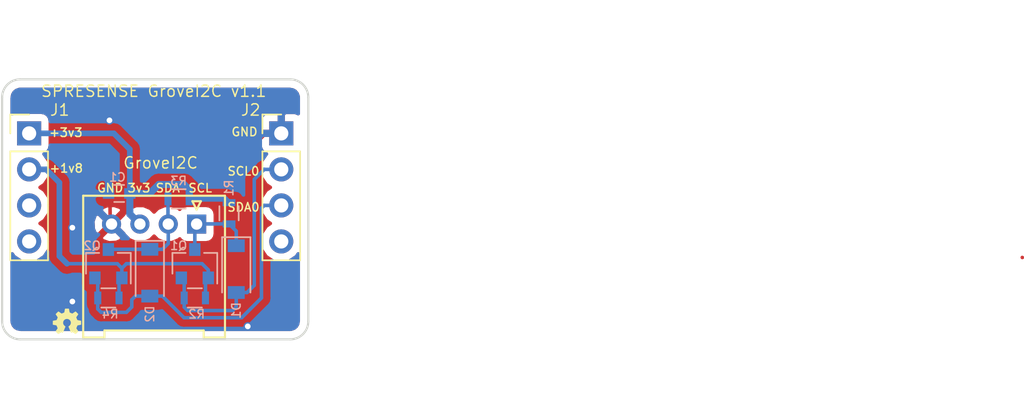
<source format=kicad_pcb>
(kicad_pcb (version 20171130) (host pcbnew "(5.0.1)-3")

  (general
    (thickness 1.6)
    (drawings 21)
    (tracks 84)
    (zones 0)
    (modules 13)
    (nets 8)
  )

  (page A4)
  (title_block
    (title "SPRESENSE ESP8266")
    (date 2018-12-23)
    (rev v1.1)
  )

  (layers
    (0 F.Cu signal)
    (31 B.Cu signal)
    (32 B.Adhes user)
    (33 F.Adhes user)
    (34 B.Paste user)
    (35 F.Paste user)
    (36 B.SilkS user)
    (37 F.SilkS user)
    (38 B.Mask user)
    (39 F.Mask user)
    (40 Dwgs.User user)
    (41 Cmts.User user)
    (42 Eco1.User user)
    (43 Eco2.User user)
    (44 Edge.Cuts user)
    (45 Margin user)
    (46 B.CrtYd user)
    (47 F.CrtYd user)
    (48 B.Fab user hide)
    (49 F.Fab user hide)
  )

  (setup
    (last_trace_width 0.25)
    (user_trace_width 0.4)
    (user_trace_width 0.5)
    (user_trace_width 0.7)
    (user_trace_width 1)
    (trace_clearance 0.2)
    (zone_clearance 0.508)
    (zone_45_only yes)
    (trace_min 0.2)
    (segment_width 0.2)
    (edge_width 0.15)
    (via_size 0.6)
    (via_drill 0.4)
    (via_min_size 0.4)
    (via_min_drill 0.3)
    (uvia_size 0.3)
    (uvia_drill 0.1)
    (uvias_allowed no)
    (uvia_min_size 0.2)
    (uvia_min_drill 0.1)
    (pcb_text_width 0.3)
    (pcb_text_size 1.5 1.5)
    (mod_edge_width 0.15)
    (mod_text_size 1 1)
    (mod_text_width 0.15)
    (pad_size 1.524 1.524)
    (pad_drill 0.762)
    (pad_to_mask_clearance 0.2)
    (solder_mask_min_width 0.25)
    (aux_axis_origin 122.936 119.38)
    (grid_origin 122.936 119.38)
    (visible_elements 7FFFFFFF)
    (pcbplotparams
      (layerselection 0x010f0_ffffffff)
      (usegerberextensions true)
      (usegerberattributes false)
      (usegerberadvancedattributes false)
      (creategerberjobfile false)
      (excludeedgelayer true)
      (linewidth 0.100000)
      (plotframeref false)
      (viasonmask false)
      (mode 1)
      (useauxorigin false)
      (hpglpennumber 1)
      (hpglpenspeed 20)
      (hpglpendiameter 15.000000)
      (psnegative false)
      (psa4output false)
      (plotreference true)
      (plotvalue true)
      (plotinvisibletext false)
      (padsonsilk false)
      (subtractmaskfromsilk true)
      (outputformat 1)
      (mirror false)
      (drillshape 0)
      (scaleselection 1)
      (outputdirectory "../../../../Desktop/SPRESENSE/SPRESENSE_GROVE/I2C/SPRESENSE_GROVE_I2C_v02/gerber/"))
  )

  (net 0 "")
  (net 1 +3V3)
  (net 2 GND)
  (net 3 +1V8)
  (net 4 SCL)
  (net 5 I2C0_SCL)
  (net 6 SDA)
  (net 7 I2C0_SDA)

  (net_class Default "これは標準のネット クラスです。"
    (clearance 0.2)
    (trace_width 0.25)
    (via_dia 0.6)
    (via_drill 0.4)
    (uvia_dia 0.3)
    (uvia_drill 0.1)
    (add_net +1V8)
    (add_net +3V3)
    (add_net GND)
    (add_net I2C0_SCL)
    (add_net I2C0_SDA)
    (add_net SCL)
    (add_net SDA)
  )

  (module Pin_Headers:Pin_Header_Straight_1x04_Pitch2.54mm (layer F.Cu) (tedit 5BBCD575) (tstamp 5BBD64F2)
    (at 142.621 104.855)
    (descr "Through hole straight pin header, 1x04, 2.54mm pitch, single row")
    (tags "Through hole pin header THT 1x04 2.54mm single row")
    (path /5BBCBE48)
    (fp_text reference J2 (at -2.159 -1.651) (layer F.SilkS)
      (effects (font (size 0.8 0.8) (thickness 0.1)))
    )
    (fp_text value JP1 (at 0 9.95) (layer F.Fab)
      (effects (font (size 1 1) (thickness 0.15)))
    )
    (fp_line (start -0.635 -1.27) (end 1.27 -1.27) (layer F.Fab) (width 0.1))
    (fp_line (start 1.27 -1.27) (end 1.27 8.89) (layer F.Fab) (width 0.1))
    (fp_line (start 1.27 8.89) (end -1.27 8.89) (layer F.Fab) (width 0.1))
    (fp_line (start -1.27 8.89) (end -1.27 -0.635) (layer F.Fab) (width 0.1))
    (fp_line (start -1.27 -0.635) (end -0.635 -1.27) (layer F.Fab) (width 0.1))
    (fp_line (start -1.33 8.95) (end 1.33 8.95) (layer F.SilkS) (width 0.12))
    (fp_line (start -1.33 1.27) (end -1.33 8.95) (layer F.SilkS) (width 0.12))
    (fp_line (start 1.33 1.27) (end 1.33 8.95) (layer F.SilkS) (width 0.12))
    (fp_line (start -1.33 1.27) (end 1.33 1.27) (layer F.SilkS) (width 0.12))
    (fp_line (start -1.33 0) (end -1.33 -1.33) (layer F.SilkS) (width 0.12))
    (fp_line (start -1.33 -1.33) (end 0 -1.33) (layer F.SilkS) (width 0.12))
    (fp_line (start -1.8 -1.8) (end -1.8 9.4) (layer F.CrtYd) (width 0.05))
    (fp_line (start -1.8 9.4) (end 1.8 9.4) (layer F.CrtYd) (width 0.05))
    (fp_line (start 1.8 9.4) (end 1.8 -1.8) (layer F.CrtYd) (width 0.05))
    (fp_line (start 1.8 -1.8) (end -1.8 -1.8) (layer F.CrtYd) (width 0.05))
    (fp_text user %R (at 0 3.81 90) (layer F.Fab)
      (effects (font (size 1 1) (thickness 0.15)))
    )
    (pad 1 thru_hole rect (at 0 0) (size 1.7 1.7) (drill 1) (layers *.Cu *.Mask)
      (net 2 GND))
    (pad 2 thru_hole oval (at 0 2.54) (size 1.7 1.7) (drill 1) (layers *.Cu *.Mask)
      (net 5 I2C0_SCL))
    (pad 3 thru_hole oval (at 0 5.08) (size 1.7 1.7) (drill 1) (layers *.Cu *.Mask)
      (net 7 I2C0_SDA))
    (pad 4 thru_hole oval (at 0 7.62) (size 1.7 1.7) (drill 1) (layers *.Cu *.Mask))
    (model ${KISYS3DMOD}/Pin_Headers.3dshapes/Pin_Header_Straight_1x04_Pitch2.54mm.wrl
      (at (xyz 0 0 0))
      (scale (xyz 1 1 1))
      (rotate (xyz 0 0 0))
    )
  )

  (module TO_SOT_Packages_SMD:SOT-23 (layer B.Cu) (tedit 5BBCD619) (tstamp 5B215D5C)
    (at 136.525 114.046 90)
    (descr "SOT-23, Standard")
    (tags SOT-23)
    (path /5B52244F)
    (attr smd)
    (fp_text reference Q1 (at 1.27 -1.143 180) (layer B.SilkS)
      (effects (font (size 0.6 0.6) (thickness 0.1)) (justify mirror))
    )
    (fp_text value BSS138 (at 0 -2.5 90) (layer B.Fab)
      (effects (font (size 1 1) (thickness 0.15)) (justify mirror))
    )
    (fp_text user %R (at 0 0) (layer B.Fab)
      (effects (font (size 0.5 0.5) (thickness 0.075)) (justify mirror))
    )
    (fp_line (start -0.7 0.95) (end -0.7 -1.5) (layer B.Fab) (width 0.1))
    (fp_line (start -0.15 1.52) (end 0.7 1.52) (layer B.Fab) (width 0.1))
    (fp_line (start -0.7 0.95) (end -0.15 1.52) (layer B.Fab) (width 0.1))
    (fp_line (start 0.7 1.52) (end 0.7 -1.52) (layer B.Fab) (width 0.1))
    (fp_line (start -0.7 -1.52) (end 0.7 -1.52) (layer B.Fab) (width 0.1))
    (fp_line (start 0.76 -1.58) (end 0.76 -0.65) (layer B.SilkS) (width 0.12))
    (fp_line (start 0.76 1.58) (end 0.76 0.65) (layer B.SilkS) (width 0.12))
    (fp_line (start -1.7 1.75) (end 1.7 1.75) (layer B.CrtYd) (width 0.05))
    (fp_line (start 1.7 1.75) (end 1.7 -1.75) (layer B.CrtYd) (width 0.05))
    (fp_line (start 1.7 -1.75) (end -1.7 -1.75) (layer B.CrtYd) (width 0.05))
    (fp_line (start -1.7 -1.75) (end -1.7 1.75) (layer B.CrtYd) (width 0.05))
    (fp_line (start 0.76 1.58) (end -1.4 1.58) (layer B.SilkS) (width 0.12))
    (fp_line (start 0.76 -1.58) (end -0.7 -1.58) (layer B.SilkS) (width 0.12))
    (pad 1 smd rect (at -1 0.95 90) (size 0.9 0.8) (layers B.Cu B.Paste B.Mask)
      (net 3 +1V8))
    (pad 2 smd rect (at -1 -0.95 90) (size 0.9 0.8) (layers B.Cu B.Paste B.Mask)
      (net 5 I2C0_SCL))
    (pad 3 smd rect (at 1 0 90) (size 0.9 0.8) (layers B.Cu B.Paste B.Mask)
      (net 4 SCL))
    (model ${KISYS3DMOD}/TO_SOT_Packages_SMD.3dshapes/SOT-23.wrl
      (at (xyz 0 0 0))
      (scale (xyz 1 1 1))
      (rotate (xyz 0 0 0))
    )
  )

  (module TO_SOT_Packages_SMD:SOT-23 (layer B.Cu) (tedit 5BBCD5E3) (tstamp 5B215D63)
    (at 130.429 114.046 90)
    (descr "SOT-23, Standard")
    (tags SOT-23)
    (path /5BBCD383)
    (attr smd)
    (fp_text reference Q2 (at 1.27 -1.143 180) (layer B.SilkS)
      (effects (font (size 0.6 0.6) (thickness 0.1)) (justify mirror))
    )
    (fp_text value BSS138 (at 0 -2.5 90) (layer B.Fab)
      (effects (font (size 1 1) (thickness 0.15)) (justify mirror))
    )
    (fp_text user %R (at 0 0) (layer B.Fab)
      (effects (font (size 0.5 0.5) (thickness 0.075)) (justify mirror))
    )
    (fp_line (start -0.7 0.95) (end -0.7 -1.5) (layer B.Fab) (width 0.1))
    (fp_line (start -0.15 1.52) (end 0.7 1.52) (layer B.Fab) (width 0.1))
    (fp_line (start -0.7 0.95) (end -0.15 1.52) (layer B.Fab) (width 0.1))
    (fp_line (start 0.7 1.52) (end 0.7 -1.52) (layer B.Fab) (width 0.1))
    (fp_line (start -0.7 -1.52) (end 0.7 -1.52) (layer B.Fab) (width 0.1))
    (fp_line (start 0.76 -1.58) (end 0.76 -0.65) (layer B.SilkS) (width 0.12))
    (fp_line (start 0.76 1.58) (end 0.76 0.65) (layer B.SilkS) (width 0.12))
    (fp_line (start -1.7 1.75) (end 1.7 1.75) (layer B.CrtYd) (width 0.05))
    (fp_line (start 1.7 1.75) (end 1.7 -1.75) (layer B.CrtYd) (width 0.05))
    (fp_line (start 1.7 -1.75) (end -1.7 -1.75) (layer B.CrtYd) (width 0.05))
    (fp_line (start -1.7 -1.75) (end -1.7 1.75) (layer B.CrtYd) (width 0.05))
    (fp_line (start 0.76 1.58) (end -1.4 1.58) (layer B.SilkS) (width 0.12))
    (fp_line (start 0.76 -1.58) (end -0.7 -1.58) (layer B.SilkS) (width 0.12))
    (pad 1 smd rect (at -1 0.95 90) (size 0.9 0.8) (layers B.Cu B.Paste B.Mask)
      (net 3 +1V8))
    (pad 2 smd rect (at -1 -0.95 90) (size 0.9 0.8) (layers B.Cu B.Paste B.Mask)
      (net 7 I2C0_SDA))
    (pad 3 smd rect (at 1 0 90) (size 0.9 0.8) (layers B.Cu B.Paste B.Mask)
      (net 6 SDA))
    (model ${KISYS3DMOD}/TO_SOT_Packages_SMD.3dshapes/SOT-23.wrl
      (at (xyz 0 0 0))
      (scale (xyz 1 1 1))
      (rotate (xyz 0 0 0))
    )
  )

  (module Resistors_SMD:R_0603 (layer B.Cu) (tedit 5BBCD610) (tstamp 5B215D77)
    (at 138.938 110.49 90)
    (descr "Resistor SMD 0603, reflow soldering, Vishay (see dcrcw.pdf)")
    (tags "resistor 0603")
    (path /5B224813)
    (attr smd)
    (fp_text reference R1 (at 1.778 0 90) (layer B.SilkS)
      (effects (font (size 0.6 0.6) (thickness 0.1)) (justify mirror))
    )
    (fp_text value 10k (at 0 -1.5 90) (layer B.Fab)
      (effects (font (size 1 1) (thickness 0.15)) (justify mirror))
    )
    (fp_text user %R (at 0 0 90) (layer B.Fab)
      (effects (font (size 0.4 0.4) (thickness 0.075)) (justify mirror))
    )
    (fp_line (start -0.8 -0.4) (end -0.8 0.4) (layer B.Fab) (width 0.1))
    (fp_line (start 0.8 -0.4) (end -0.8 -0.4) (layer B.Fab) (width 0.1))
    (fp_line (start 0.8 0.4) (end 0.8 -0.4) (layer B.Fab) (width 0.1))
    (fp_line (start -0.8 0.4) (end 0.8 0.4) (layer B.Fab) (width 0.1))
    (fp_line (start 0.5 -0.68) (end -0.5 -0.68) (layer B.SilkS) (width 0.12))
    (fp_line (start -0.5 0.68) (end 0.5 0.68) (layer B.SilkS) (width 0.12))
    (fp_line (start -1.25 0.7) (end 1.25 0.7) (layer B.CrtYd) (width 0.05))
    (fp_line (start -1.25 0.7) (end -1.25 -0.7) (layer B.CrtYd) (width 0.05))
    (fp_line (start 1.25 -0.7) (end 1.25 0.7) (layer B.CrtYd) (width 0.05))
    (fp_line (start 1.25 -0.7) (end -1.25 -0.7) (layer B.CrtYd) (width 0.05))
    (pad 1 smd rect (at -0.75 0 90) (size 0.5 0.9) (layers B.Cu B.Paste B.Mask)
      (net 4 SCL))
    (pad 2 smd rect (at 0.75 0 90) (size 0.5 0.9) (layers B.Cu B.Paste B.Mask)
      (net 1 +3V3))
    (model ${KISYS3DMOD}/Resistors_SMD.3dshapes/R_0603.wrl
      (at (xyz 0 0 0))
      (scale (xyz 1 1 1))
      (rotate (xyz 0 0 0))
    )
  )

  (module Resistors_SMD:R_0603 (layer B.Cu) (tedit 5BBCD622) (tstamp 5B215D7D)
    (at 136.525 116.459)
    (descr "Resistor SMD 0603, reflow soldering, Vishay (see dcrcw.pdf)")
    (tags "resistor 0603")
    (path /5B225239)
    (attr smd)
    (fp_text reference R2 (at 0.127 1.143) (layer B.SilkS)
      (effects (font (size 0.6 0.6) (thickness 0.1)) (justify mirror))
    )
    (fp_text value 10k (at 0 -1.5) (layer B.Fab)
      (effects (font (size 1 1) (thickness 0.15)) (justify mirror))
    )
    (fp_text user %R (at 0 0) (layer B.Fab)
      (effects (font (size 0.4 0.4) (thickness 0.075)) (justify mirror))
    )
    (fp_line (start -0.8 -0.4) (end -0.8 0.4) (layer B.Fab) (width 0.1))
    (fp_line (start 0.8 -0.4) (end -0.8 -0.4) (layer B.Fab) (width 0.1))
    (fp_line (start 0.8 0.4) (end 0.8 -0.4) (layer B.Fab) (width 0.1))
    (fp_line (start -0.8 0.4) (end 0.8 0.4) (layer B.Fab) (width 0.1))
    (fp_line (start 0.5 -0.68) (end -0.5 -0.68) (layer B.SilkS) (width 0.12))
    (fp_line (start -0.5 0.68) (end 0.5 0.68) (layer B.SilkS) (width 0.12))
    (fp_line (start -1.25 0.7) (end 1.25 0.7) (layer B.CrtYd) (width 0.05))
    (fp_line (start -1.25 0.7) (end -1.25 -0.7) (layer B.CrtYd) (width 0.05))
    (fp_line (start 1.25 -0.7) (end 1.25 0.7) (layer B.CrtYd) (width 0.05))
    (fp_line (start 1.25 -0.7) (end -1.25 -0.7) (layer B.CrtYd) (width 0.05))
    (pad 1 smd rect (at -0.75 0) (size 0.5 0.9) (layers B.Cu B.Paste B.Mask)
      (net 5 I2C0_SCL))
    (pad 2 smd rect (at 0.75 0) (size 0.5 0.9) (layers B.Cu B.Paste B.Mask)
      (net 3 +1V8))
    (model ${KISYS3DMOD}/Resistors_SMD.3dshapes/R_0603.wrl
      (at (xyz 0 0 0))
      (scale (xyz 1 1 1))
      (rotate (xyz 0 0 0))
    )
  )

  (module Resistors_SMD:R_0603 (layer B.Cu) (tedit 5BBCD60A) (tstamp 5B215D83)
    (at 135.382 109.474)
    (descr "Resistor SMD 0603, reflow soldering, Vishay (see dcrcw.pdf)")
    (tags "resistor 0603")
    (path /5BBCD377)
    (attr smd)
    (fp_text reference R3 (at 0 -1.27) (layer B.SilkS)
      (effects (font (size 0.6 0.6) (thickness 0.1)) (justify mirror))
    )
    (fp_text value 10k (at 0 -1.5) (layer B.Fab)
      (effects (font (size 1 1) (thickness 0.15)) (justify mirror))
    )
    (fp_text user %R (at 0 0) (layer B.Fab)
      (effects (font (size 0.4 0.4) (thickness 0.075)) (justify mirror))
    )
    (fp_line (start -0.8 -0.4) (end -0.8 0.4) (layer B.Fab) (width 0.1))
    (fp_line (start 0.8 -0.4) (end -0.8 -0.4) (layer B.Fab) (width 0.1))
    (fp_line (start 0.8 0.4) (end 0.8 -0.4) (layer B.Fab) (width 0.1))
    (fp_line (start -0.8 0.4) (end 0.8 0.4) (layer B.Fab) (width 0.1))
    (fp_line (start 0.5 -0.68) (end -0.5 -0.68) (layer B.SilkS) (width 0.12))
    (fp_line (start -0.5 0.68) (end 0.5 0.68) (layer B.SilkS) (width 0.12))
    (fp_line (start -1.25 0.7) (end 1.25 0.7) (layer B.CrtYd) (width 0.05))
    (fp_line (start -1.25 0.7) (end -1.25 -0.7) (layer B.CrtYd) (width 0.05))
    (fp_line (start 1.25 -0.7) (end 1.25 0.7) (layer B.CrtYd) (width 0.05))
    (fp_line (start 1.25 -0.7) (end -1.25 -0.7) (layer B.CrtYd) (width 0.05))
    (pad 1 smd rect (at -0.75 0) (size 0.5 0.9) (layers B.Cu B.Paste B.Mask)
      (net 6 SDA))
    (pad 2 smd rect (at 0.75 0) (size 0.5 0.9) (layers B.Cu B.Paste B.Mask)
      (net 1 +3V3))
    (model ${KISYS3DMOD}/Resistors_SMD.3dshapes/R_0603.wrl
      (at (xyz 0 0 0))
      (scale (xyz 1 1 1))
      (rotate (xyz 0 0 0))
    )
  )

  (module Resistors_SMD:R_0603 (layer B.Cu) (tedit 5BBCD5DC) (tstamp 5B215D89)
    (at 130.429 116.459)
    (descr "Resistor SMD 0603, reflow soldering, Vishay (see dcrcw.pdf)")
    (tags "resistor 0603")
    (path /5BBCD37D)
    (attr smd)
    (fp_text reference R4 (at 0.127 1.143) (layer B.SilkS)
      (effects (font (size 0.6 0.6) (thickness 0.1)) (justify mirror))
    )
    (fp_text value 10k (at 0 -1.5) (layer B.Fab)
      (effects (font (size 1 1) (thickness 0.15)) (justify mirror))
    )
    (fp_text user %R (at 0 0) (layer B.Fab)
      (effects (font (size 0.4 0.4) (thickness 0.075)) (justify mirror))
    )
    (fp_line (start -0.8 -0.4) (end -0.8 0.4) (layer B.Fab) (width 0.1))
    (fp_line (start 0.8 -0.4) (end -0.8 -0.4) (layer B.Fab) (width 0.1))
    (fp_line (start 0.8 0.4) (end 0.8 -0.4) (layer B.Fab) (width 0.1))
    (fp_line (start -0.8 0.4) (end 0.8 0.4) (layer B.Fab) (width 0.1))
    (fp_line (start 0.5 -0.68) (end -0.5 -0.68) (layer B.SilkS) (width 0.12))
    (fp_line (start -0.5 0.68) (end 0.5 0.68) (layer B.SilkS) (width 0.12))
    (fp_line (start -1.25 0.7) (end 1.25 0.7) (layer B.CrtYd) (width 0.05))
    (fp_line (start -1.25 0.7) (end -1.25 -0.7) (layer B.CrtYd) (width 0.05))
    (fp_line (start 1.25 -0.7) (end 1.25 0.7) (layer B.CrtYd) (width 0.05))
    (fp_line (start 1.25 -0.7) (end -1.25 -0.7) (layer B.CrtYd) (width 0.05))
    (pad 1 smd rect (at -0.75 0) (size 0.5 0.9) (layers B.Cu B.Paste B.Mask)
      (net 7 I2C0_SDA))
    (pad 2 smd rect (at 0.75 0) (size 0.5 0.9) (layers B.Cu B.Paste B.Mask)
      (net 3 +1V8))
    (model ${KISYS3DMOD}/Resistors_SMD.3dshapes/R_0603.wrl
      (at (xyz 0 0 0))
      (scale (xyz 1 1 1))
      (rotate (xyz 0 0 0))
    )
  )

  (module Capacitors_SMD:C_0603 (layer B.Cu) (tedit 5BBCD605) (tstamp 5B215F8E)
    (at 131.191 109.093 180)
    (descr "Capacitor SMD 0603, reflow soldering, AVX (see smccp.pdf)")
    (tags "capacitor 0603")
    (path /5BBCD74E)
    (attr smd)
    (fp_text reference C1 (at 0.127 1.143 180) (layer B.SilkS)
      (effects (font (size 0.6 0.6) (thickness 0.1)) (justify mirror))
    )
    (fp_text value 10uF (at 0 -1.5 180) (layer B.Fab)
      (effects (font (size 1 1) (thickness 0.15)) (justify mirror))
    )
    (fp_line (start 1.4 -0.65) (end -1.4 -0.65) (layer B.CrtYd) (width 0.05))
    (fp_line (start 1.4 -0.65) (end 1.4 0.65) (layer B.CrtYd) (width 0.05))
    (fp_line (start -1.4 0.65) (end -1.4 -0.65) (layer B.CrtYd) (width 0.05))
    (fp_line (start -1.4 0.65) (end 1.4 0.65) (layer B.CrtYd) (width 0.05))
    (fp_line (start 0.35 -0.6) (end -0.35 -0.6) (layer B.SilkS) (width 0.12))
    (fp_line (start -0.35 0.6) (end 0.35 0.6) (layer B.SilkS) (width 0.12))
    (fp_line (start -0.8 0.4) (end 0.8 0.4) (layer B.Fab) (width 0.1))
    (fp_line (start 0.8 0.4) (end 0.8 -0.4) (layer B.Fab) (width 0.1))
    (fp_line (start 0.8 -0.4) (end -0.8 -0.4) (layer B.Fab) (width 0.1))
    (fp_line (start -0.8 -0.4) (end -0.8 0.4) (layer B.Fab) (width 0.1))
    (fp_text user %R (at 0 0 180) (layer B.Fab)
      (effects (font (size 0.3 0.3) (thickness 0.075)) (justify mirror))
    )
    (pad 2 smd rect (at 0.75 0 180) (size 0.8 0.75) (layers B.Cu B.Paste B.Mask)
      (net 2 GND))
    (pad 1 smd rect (at -0.75 0 180) (size 0.8 0.75) (layers B.Cu B.Paste B.Mask)
      (net 1 +3V3))
    (model Capacitors_SMD.3dshapes/C_0603.wrl
      (at (xyz 0 0 0))
      (scale (xyz 1 1 1))
      (rotate (xyz 0 0 0))
    )
  )

  (module Diodes_SMD:D_SOD-123 (layer B.Cu) (tedit 5BBCD639) (tstamp 5BAC10EB)
    (at 139.446 114.427 270)
    (descr SOD-123)
    (tags SOD-123)
    (path /5BA9122A)
    (attr smd)
    (fp_text reference D1 (at 2.921 0 270) (layer B.SilkS)
      (effects (font (size 0.6 0.6) (thickness 0.1)) (justify mirror))
    )
    (fp_text value SD103AW (at 0 -2.1 270) (layer B.Fab)
      (effects (font (size 1 1) (thickness 0.15)) (justify mirror))
    )
    (fp_text user %R (at 0 2 270) (layer B.Fab)
      (effects (font (size 1 1) (thickness 0.15)) (justify mirror))
    )
    (fp_line (start -2.25 1) (end -2.25 -1) (layer B.SilkS) (width 0.12))
    (fp_line (start 0.25 0) (end 0.75 0) (layer B.Fab) (width 0.1))
    (fp_line (start 0.25 -0.4) (end -0.35 0) (layer B.Fab) (width 0.1))
    (fp_line (start 0.25 0.4) (end 0.25 -0.4) (layer B.Fab) (width 0.1))
    (fp_line (start -0.35 0) (end 0.25 0.4) (layer B.Fab) (width 0.1))
    (fp_line (start -0.35 0) (end -0.35 -0.55) (layer B.Fab) (width 0.1))
    (fp_line (start -0.35 0) (end -0.35 0.55) (layer B.Fab) (width 0.1))
    (fp_line (start -0.75 0) (end -0.35 0) (layer B.Fab) (width 0.1))
    (fp_line (start -1.4 -0.9) (end -1.4 0.9) (layer B.Fab) (width 0.1))
    (fp_line (start 1.4 -0.9) (end -1.4 -0.9) (layer B.Fab) (width 0.1))
    (fp_line (start 1.4 0.9) (end 1.4 -0.9) (layer B.Fab) (width 0.1))
    (fp_line (start -1.4 0.9) (end 1.4 0.9) (layer B.Fab) (width 0.1))
    (fp_line (start -2.35 1.15) (end 2.35 1.15) (layer B.CrtYd) (width 0.05))
    (fp_line (start 2.35 1.15) (end 2.35 -1.15) (layer B.CrtYd) (width 0.05))
    (fp_line (start 2.35 -1.15) (end -2.35 -1.15) (layer B.CrtYd) (width 0.05))
    (fp_line (start -2.35 1.15) (end -2.35 -1.15) (layer B.CrtYd) (width 0.05))
    (fp_line (start -2.25 -1) (end 1.65 -1) (layer B.SilkS) (width 0.12))
    (fp_line (start -2.25 1) (end 1.65 1) (layer B.SilkS) (width 0.12))
    (pad 1 smd rect (at -1.65 0 270) (size 0.9 1.2) (layers B.Cu B.Paste B.Mask)
      (net 4 SCL))
    (pad 2 smd rect (at 1.65 0 270) (size 0.9 1.2) (layers B.Cu B.Paste B.Mask)
      (net 5 I2C0_SCL))
    (model ${KISYS3DMOD}/Diodes_SMD.3dshapes/D_SOD-123.wrl
      (at (xyz 0 0 0))
      (scale (xyz 1 1 1))
      (rotate (xyz 0 0 0))
    )
  )

  (module Diodes_SMD:D_SOD-123 (layer B.Cu) (tedit 5BBCD630) (tstamp 5BBD64AA)
    (at 133.35 114.681 270)
    (descr SOD-123)
    (tags SOD-123)
    (path /5BBCD395)
    (attr smd)
    (fp_text reference D2 (at 2.921 0 270) (layer B.SilkS)
      (effects (font (size 0.6 0.6) (thickness 0.1)) (justify mirror))
    )
    (fp_text value SD103AW (at 0 -2.1 270) (layer B.Fab)
      (effects (font (size 1 1) (thickness 0.15)) (justify mirror))
    )
    (fp_text user %R (at 0 2 270) (layer B.Fab)
      (effects (font (size 1 1) (thickness 0.15)) (justify mirror))
    )
    (fp_line (start -2.25 1) (end -2.25 -1) (layer B.SilkS) (width 0.12))
    (fp_line (start 0.25 0) (end 0.75 0) (layer B.Fab) (width 0.1))
    (fp_line (start 0.25 -0.4) (end -0.35 0) (layer B.Fab) (width 0.1))
    (fp_line (start 0.25 0.4) (end 0.25 -0.4) (layer B.Fab) (width 0.1))
    (fp_line (start -0.35 0) (end 0.25 0.4) (layer B.Fab) (width 0.1))
    (fp_line (start -0.35 0) (end -0.35 -0.55) (layer B.Fab) (width 0.1))
    (fp_line (start -0.35 0) (end -0.35 0.55) (layer B.Fab) (width 0.1))
    (fp_line (start -0.75 0) (end -0.35 0) (layer B.Fab) (width 0.1))
    (fp_line (start -1.4 -0.9) (end -1.4 0.9) (layer B.Fab) (width 0.1))
    (fp_line (start 1.4 -0.9) (end -1.4 -0.9) (layer B.Fab) (width 0.1))
    (fp_line (start 1.4 0.9) (end 1.4 -0.9) (layer B.Fab) (width 0.1))
    (fp_line (start -1.4 0.9) (end 1.4 0.9) (layer B.Fab) (width 0.1))
    (fp_line (start -2.35 1.15) (end 2.35 1.15) (layer B.CrtYd) (width 0.05))
    (fp_line (start 2.35 1.15) (end 2.35 -1.15) (layer B.CrtYd) (width 0.05))
    (fp_line (start 2.35 -1.15) (end -2.35 -1.15) (layer B.CrtYd) (width 0.05))
    (fp_line (start -2.35 1.15) (end -2.35 -1.15) (layer B.CrtYd) (width 0.05))
    (fp_line (start -2.25 -1) (end 1.65 -1) (layer B.SilkS) (width 0.12))
    (fp_line (start -2.25 1) (end 1.65 1) (layer B.SilkS) (width 0.12))
    (pad 1 smd rect (at -1.65 0 270) (size 0.9 1.2) (layers B.Cu B.Paste B.Mask)
      (net 6 SDA))
    (pad 2 smd rect (at 1.65 0 270) (size 0.9 1.2) (layers B.Cu B.Paste B.Mask)
      (net 7 I2C0_SDA))
    (model ${KISYS3DMOD}/Diodes_SMD.3dshapes/D_SOD-123.wrl
      (at (xyz 0 0 0))
      (scale (xyz 1 1 1))
      (rotate (xyz 0 0 0))
    )
  )

  (module Pin_Headers:Pin_Header_Straight_1x04_Pitch2.54mm (layer F.Cu) (tedit 5BBCD56D) (tstamp 5BBD64DB)
    (at 124.841 104.855)
    (descr "Through hole straight pin header, 1x04, 2.54mm pitch, single row")
    (tags "Through hole pin header THT 1x04 2.54mm single row")
    (path /5B21FDB7)
    (fp_text reference J1 (at 2.159 -1.651) (layer F.SilkS)
      (effects (font (size 0.8 0.8) (thickness 0.1)))
    )
    (fp_text value JP1 (at 0 9.95) (layer F.Fab)
      (effects (font (size 1 1) (thickness 0.15)))
    )
    (fp_line (start -0.635 -1.27) (end 1.27 -1.27) (layer F.Fab) (width 0.1))
    (fp_line (start 1.27 -1.27) (end 1.27 8.89) (layer F.Fab) (width 0.1))
    (fp_line (start 1.27 8.89) (end -1.27 8.89) (layer F.Fab) (width 0.1))
    (fp_line (start -1.27 8.89) (end -1.27 -0.635) (layer F.Fab) (width 0.1))
    (fp_line (start -1.27 -0.635) (end -0.635 -1.27) (layer F.Fab) (width 0.1))
    (fp_line (start -1.33 8.95) (end 1.33 8.95) (layer F.SilkS) (width 0.12))
    (fp_line (start -1.33 1.27) (end -1.33 8.95) (layer F.SilkS) (width 0.12))
    (fp_line (start 1.33 1.27) (end 1.33 8.95) (layer F.SilkS) (width 0.12))
    (fp_line (start -1.33 1.27) (end 1.33 1.27) (layer F.SilkS) (width 0.12))
    (fp_line (start -1.33 0) (end -1.33 -1.33) (layer F.SilkS) (width 0.12))
    (fp_line (start -1.33 -1.33) (end 0 -1.33) (layer F.SilkS) (width 0.12))
    (fp_line (start -1.8 -1.8) (end -1.8 9.4) (layer F.CrtYd) (width 0.05))
    (fp_line (start -1.8 9.4) (end 1.8 9.4) (layer F.CrtYd) (width 0.05))
    (fp_line (start 1.8 9.4) (end 1.8 -1.8) (layer F.CrtYd) (width 0.05))
    (fp_line (start 1.8 -1.8) (end -1.8 -1.8) (layer F.CrtYd) (width 0.05))
    (fp_text user %R (at 0 3.81 90) (layer F.Fab)
      (effects (font (size 1 1) (thickness 0.15)))
    )
    (pad 1 thru_hole rect (at 0 0) (size 1.7 1.7) (drill 1) (layers *.Cu *.Mask)
      (net 1 +3V3))
    (pad 2 thru_hole oval (at 0 2.54) (size 1.7 1.7) (drill 1) (layers *.Cu *.Mask)
      (net 3 +1V8))
    (pad 3 thru_hole oval (at 0 5.08) (size 1.7 1.7) (drill 1) (layers *.Cu *.Mask))
    (pad 4 thru_hole oval (at 0 7.62) (size 1.7 1.7) (drill 1) (layers *.Cu *.Mask))
    (model ${KISYS3DMOD}/Pin_Headers.3dshapes/Pin_Header_Straight_1x04_Pitch2.54mm.wrl
      (at (xyz 0 0 0))
      (scale (xyz 1 1 1))
      (rotate (xyz 0 0 0))
    )
  )

  (module footprint:Grove_4x2.00mm_Angle (layer F.Cu) (tedit 5BBCD527) (tstamp 5BBD8FEF)
    (at 136.652 111.252 180)
    (tags "connector grove angle")
    (path /5BBCB9FE)
    (fp_text reference GroveI2C (at 2.54 4.318 180) (layer F.SilkS)
      (effects (font (size 0.8 0.8) (thickness 0.1)))
    )
    (fp_text value Conn_01x04 (at 2.794 4.191 180) (layer F.Fab)
      (effects (font (size 1 1) (thickness 0.15)))
    )
    (fp_line (start -2 -8) (end 8 -8) (layer F.Fab) (width 0.05))
    (fp_line (start 8 -8) (end 8 2) (layer F.Fab) (width 0.05))
    (fp_line (start 8 2) (end -2 2) (layer F.Fab) (width 0.05))
    (fp_line (start -2 2) (end -2 -8) (layer F.Fab) (width 0.05))
    (fp_line (start -2 2) (end 8 2) (layer F.SilkS) (width 0.15))
    (fp_line (start 8 -8) (end 8 2) (layer F.SilkS) (width 0.15))
    (fp_line (start -0.5 -7.5) (end 6.5 -7.5) (layer F.SilkS) (width 0.15))
    (fp_line (start -0.5 -8) (end -0.5 -7.5) (layer F.SilkS) (width 0.15))
    (fp_line (start -2 -8) (end -0.5 -8) (layer F.SilkS) (width 0.15))
    (fp_line (start -2 2) (end -2 -8) (layer F.SilkS) (width 0.15))
    (fp_line (start 6.5 -7.5) (end 6.5 -8) (layer F.SilkS) (width 0.15))
    (fp_line (start 6.5 -8) (end 8 -8) (layer F.SilkS) (width 0.15))
    (fp_line (start -2.032 -8.04) (end 8.001 -8.04) (layer F.Fab) (width 0.05))
    (fp_line (start 0 1.012) (end -0.3 1.612) (layer F.SilkS) (width 0.15))
    (fp_line (start -0.3 1.612) (end 0.3 1.612) (layer F.SilkS) (width 0.15))
    (fp_line (start 0.3 1.612) (end 0 1.012) (layer F.SilkS) (width 0.15))
    (pad 1 thru_hole rect (at 0 0 180) (size 1.35 1.35) (drill 0.8) (layers *.Cu *.Mask)
      (net 4 SCL))
    (pad 2 thru_hole circle (at 2 0 180) (size 1.35 1.35) (drill 0.8) (layers *.Cu *.Mask)
      (net 6 SDA))
    (pad 3 thru_hole circle (at 4 0 180) (size 1.35 1.35) (drill 0.8) (layers *.Cu *.Mask)
      (net 1 +3V3))
    (pad 4 thru_hole circle (at 6 0 180) (size 1.35 1.35) (drill 0.8) (layers *.Cu *.Mask)
      (net 2 GND))
    (model ${KISYS3DMOD}/Connectors_JAE.3dshapes/JAE_LY20-08P-2T_2x04x2.00mm_Straight.wrl
      (at (xyz 0 0 0))
      (scale (xyz 1 1 1))
      (rotate (xyz 0 0 0))
    )
  )

  (module footprint:OSHW-logo_silkscreen-front_2mm (layer F.Cu) (tedit 0) (tstamp 5BBD8FF0)
    (at 127.508 118.11)
    (path /5BBCE32A)
    (fp_text reference LOGO1 (at 0 1.05918) (layer F.SilkS) hide
      (effects (font (size 0.0889 0.0889) (thickness 0.01778)))
    )
    (fp_text value OPEN_HARDWARE_1 (at 0 -1.05918) (layer F.SilkS) hide
      (effects (font (size 0.0889 0.0889) (thickness 0.01778)))
    )
    (fp_poly (pts (xy -0.60452 0.89662) (xy -0.59436 0.89154) (xy -0.5715 0.8763) (xy -0.53848 0.85598)
      (xy -0.49784 0.82804) (xy -0.45974 0.80264) (xy -0.42672 0.77978) (xy -0.40386 0.76454)
      (xy -0.3937 0.75946) (xy -0.38862 0.762) (xy -0.37084 0.77216) (xy -0.3429 0.78486)
      (xy -0.32766 0.79248) (xy -0.30226 0.80518) (xy -0.28956 0.80772) (xy -0.28702 0.80264)
      (xy -0.27686 0.78486) (xy -0.26416 0.75184) (xy -0.24384 0.70866) (xy -0.22352 0.65786)
      (xy -0.20066 0.60198) (xy -0.1778 0.5461) (xy -0.15494 0.49276) (xy -0.13462 0.4445)
      (xy -0.11938 0.4064) (xy -0.10922 0.37846) (xy -0.10414 0.3683) (xy -0.10668 0.36576)
      (xy -0.11938 0.35306) (xy -0.1397 0.33782) (xy -0.18796 0.29718) (xy -0.23368 0.23876)
      (xy -0.26416 0.17272) (xy -0.27178 0.09906) (xy -0.26416 0.03302) (xy -0.23876 -0.03048)
      (xy -0.19304 -0.09144) (xy -0.13716 -0.13462) (xy -0.07112 -0.16256) (xy 0 -0.17018)
      (xy 0.06858 -0.16256) (xy 0.13462 -0.13716) (xy 0.19558 -0.09144) (xy 0.21844 -0.0635)
      (xy 0.254 -0.00254) (xy 0.27432 0.05842) (xy 0.27432 0.07366) (xy 0.27178 0.14478)
      (xy 0.25146 0.21336) (xy 0.2159 0.27178) (xy 0.16256 0.32258) (xy 0.15748 0.32766)
      (xy 0.13208 0.34544) (xy 0.11684 0.3556) (xy 0.10414 0.36576) (xy 0.19304 0.58166)
      (xy 0.20828 0.61722) (xy 0.23368 0.67564) (xy 0.254 0.72644) (xy 0.27178 0.76708)
      (xy 0.28448 0.79248) (xy 0.28956 0.80518) (xy 0.29718 0.80518) (xy 0.31242 0.8001)
      (xy 0.3429 0.78486) (xy 0.36322 0.7747) (xy 0.38608 0.76454) (xy 0.39624 0.75946)
      (xy 0.4064 0.76454) (xy 0.42672 0.77978) (xy 0.45974 0.8001) (xy 0.49784 0.8255)
      (xy 0.5334 0.8509) (xy 0.56896 0.87376) (xy 0.59182 0.889) (xy 0.60452 0.89662)
      (xy 0.60706 0.89662) (xy 0.61722 0.889) (xy 0.63754 0.87376) (xy 0.66548 0.84582)
      (xy 0.70612 0.80518) (xy 0.71374 0.8001) (xy 0.74676 0.76454) (xy 0.7747 0.73406)
      (xy 0.79502 0.71374) (xy 0.8001 0.70612) (xy 0.79502 0.69342) (xy 0.77978 0.66802)
      (xy 0.75692 0.635) (xy 0.72898 0.59436) (xy 0.65786 0.49022) (xy 0.6985 0.3937)
      (xy 0.70866 0.36322) (xy 0.7239 0.32766) (xy 0.7366 0.30226) (xy 0.74168 0.28956)
      (xy 0.75184 0.28702) (xy 0.77978 0.2794) (xy 0.81788 0.27178) (xy 0.8636 0.26416)
      (xy 0.90932 0.254) (xy 0.94742 0.24638) (xy 0.9779 0.2413) (xy 0.9906 0.23876)
      (xy 0.99314 0.23622) (xy 0.99568 0.23114) (xy 0.99822 0.21844) (xy 0.99822 0.19304)
      (xy 0.99822 0.15494) (xy 0.99822 0.09906) (xy 0.99822 0.09398) (xy 0.99822 0.04064)
      (xy 0.99822 0) (xy 0.99568 -0.0254) (xy 0.99314 -0.03556) (xy 0.98044 -0.04064)
      (xy 0.9525 -0.04572) (xy 0.9144 -0.05334) (xy 0.86614 -0.0635) (xy 0.8636 -0.0635)
      (xy 0.81534 -0.07112) (xy 0.77724 -0.08128) (xy 0.7493 -0.08636) (xy 0.7366 -0.09144)
      (xy 0.73406 -0.09398) (xy 0.7239 -0.11176) (xy 0.7112 -0.14224) (xy 0.69596 -0.1778)
      (xy 0.68072 -0.21336) (xy 0.66548 -0.24892) (xy 0.65786 -0.27178) (xy 0.65532 -0.28448)
      (xy 0.66294 -0.29464) (xy 0.67818 -0.32004) (xy 0.70104 -0.35306) (xy 0.72898 -0.3937)
      (xy 0.73152 -0.39878) (xy 0.75946 -0.43688) (xy 0.77978 -0.47244) (xy 0.79502 -0.4953)
      (xy 0.8001 -0.50546) (xy 0.8001 -0.508) (xy 0.79248 -0.51816) (xy 0.77216 -0.54102)
      (xy 0.74168 -0.5715) (xy 0.70612 -0.60706) (xy 0.69596 -0.61722) (xy 0.65786 -0.65532)
      (xy 0.62992 -0.68072) (xy 0.61214 -0.69342) (xy 0.60452 -0.6985) (xy 0.60452 -0.69596)
      (xy 0.59182 -0.69088) (xy 0.56642 -0.6731) (xy 0.5334 -0.65024) (xy 0.49276 -0.6223)
      (xy 0.49022 -0.61976) (xy 0.44958 -0.59436) (xy 0.41656 -0.5715) (xy 0.3937 -0.55626)
      (xy 0.38354 -0.54864) (xy 0.381 -0.54864) (xy 0.36576 -0.55372) (xy 0.33528 -0.56388)
      (xy 0.30226 -0.57658) (xy 0.26416 -0.59182) (xy 0.23114 -0.60706) (xy 0.20574 -0.61722)
      (xy 0.19304 -0.62484) (xy 0.18796 -0.64008) (xy 0.18288 -0.67056) (xy 0.17272 -0.7112)
      (xy 0.1651 -0.75946) (xy 0.16256 -0.76708) (xy 0.15494 -0.81534) (xy 0.14732 -0.85344)
      (xy 0.1397 -0.88138) (xy 0.13716 -0.89408) (xy 0.13208 -0.89408) (xy 0.10668 -0.89662)
      (xy 0.07112 -0.89662) (xy 0.02794 -0.89662) (xy -0.01524 -0.89662) (xy -0.05842 -0.89662)
      (xy -0.09652 -0.89408) (xy -0.12192 -0.89408) (xy -0.13462 -0.89154) (xy -0.13462 -0.889)
      (xy -0.1397 -0.8763) (xy -0.14478 -0.84582) (xy -0.15494 -0.80518) (xy -0.16256 -0.75438)
      (xy -0.1651 -0.74676) (xy -0.17272 -0.6985) (xy -0.18288 -0.6604) (xy -0.18796 -0.63246)
      (xy -0.1905 -0.6223) (xy -0.19558 -0.61976) (xy -0.21336 -0.61214) (xy -0.24638 -0.59944)
      (xy -0.28702 -0.58166) (xy -0.37846 -0.5461) (xy -0.49022 -0.6223) (xy -0.50038 -0.62992)
      (xy -0.54102 -0.65786) (xy -0.57404 -0.67818) (xy -0.5969 -0.69342) (xy -0.60706 -0.6985)
      (xy -0.61722 -0.68834) (xy -0.64008 -0.66802) (xy -0.67056 -0.63754) (xy -0.70612 -0.60452)
      (xy -0.73152 -0.57658) (xy -0.762 -0.5461) (xy -0.78232 -0.52578) (xy -0.79248 -0.51054)
      (xy -0.79756 -0.50292) (xy -0.79502 -0.49784) (xy -0.78994 -0.48514) (xy -0.77216 -0.46228)
      (xy -0.7493 -0.42672) (xy -0.72136 -0.38862) (xy -0.6985 -0.35306) (xy -0.67564 -0.3175)
      (xy -0.6604 -0.28956) (xy -0.65278 -0.27686) (xy -0.65532 -0.27178) (xy -0.66294 -0.24892)
      (xy -0.67564 -0.2159) (xy -0.69342 -0.17526) (xy -0.73152 -0.08636) (xy -0.78994 -0.0762)
      (xy -0.8255 -0.06858) (xy -0.8763 -0.06096) (xy -0.92202 -0.0508) (xy -0.99568 -0.03556)
      (xy -0.99822 0.23114) (xy -0.98806 0.23622) (xy -0.97536 0.2413) (xy -0.94996 0.24638)
      (xy -0.90932 0.254) (xy -0.8636 0.26162) (xy -0.8255 0.26924) (xy -0.78486 0.27686)
      (xy -0.75692 0.28194) (xy -0.74422 0.28448) (xy -0.74168 0.28956) (xy -0.73152 0.30988)
      (xy -0.71628 0.34036) (xy -0.70104 0.37592) (xy -0.6858 0.41402) (xy -0.6731 0.44958)
      (xy -0.66294 0.47498) (xy -0.65786 0.49022) (xy -0.66294 0.50038) (xy -0.67818 0.52324)
      (xy -0.70104 0.55626) (xy -0.72644 0.59436) (xy -0.75438 0.635) (xy -0.77724 0.66802)
      (xy -0.79248 0.69342) (xy -0.8001 0.70358) (xy -0.79502 0.7112) (xy -0.77978 0.72898)
      (xy -0.75184 0.75946) (xy -0.70612 0.80518) (xy -0.6985 0.81026) (xy -0.66548 0.84582)
      (xy -0.635 0.87122) (xy -0.61468 0.89154) (xy -0.60452 0.89662)) (layer F.SilkS) (width 0.00254))
  )

  (dimension 18.33887 (width 0.3) (layer Eco1.User)
    (gr_text "18.339 mm" (at 150.968149 110.188181 -89.84128634) (layer Eco1.User)
      (effects (font (size 1.5 1.5) (thickness 0.3)))
    )
    (feature1 (pts (xy 142.8496 101.0412) (xy 149.429175 101.022974)))
    (feature2 (pts (xy 142.9004 119.38) (xy 149.479975 119.361774)))
    (crossbar (pts (xy 148.893557 119.363398) (xy 148.842757 101.024598)))
    (arrow1a (pts (xy 148.842757 101.024598) (xy 149.432296 102.149473)))
    (arrow1b (pts (xy 148.842757 101.024598) (xy 148.259459 102.152722)))
    (arrow2a (pts (xy 148.893557 119.363398) (xy 149.476855 118.235274)))
    (arrow2b (pts (xy 148.893557 119.363398) (xy 148.304018 118.238523)))
  )
  (dimension 21.5392 (width 0.3) (layer Eco1.User)
    (gr_text "21.539 mm" (at 133.7056 96.5536) (layer Eco1.User)
      (effects (font (size 1.5 1.5) (thickness 0.3)))
    )
    (feature1 (pts (xy 144.4752 102.489) (xy 144.4752 98.067179)))
    (feature2 (pts (xy 122.936 102.489) (xy 122.936 98.067179)))
    (crossbar (pts (xy 122.936 98.6536) (xy 144.4752 98.6536)))
    (arrow1a (pts (xy 144.4752 98.6536) (xy 143.348696 99.240021)))
    (arrow1b (pts (xy 144.4752 98.6536) (xy 143.348696 98.067179)))
    (arrow2a (pts (xy 122.936 98.6536) (xy 124.062504 99.240021)))
    (arrow2b (pts (xy 122.936 98.6536) (xy 124.062504 98.067179)))
  )
  (gr_text GND (at 130.556 108.712) (layer F.SilkS)
    (effects (font (size 0.6 0.6) (thickness 0.1)))
  )
  (gr_text 3v3 (at 132.588 108.712) (layer F.SilkS)
    (effects (font (size 0.6 0.6) (thickness 0.1)))
  )
  (gr_text SDA (at 134.62 108.712) (layer F.SilkS)
    (effects (font (size 0.6 0.6) (thickness 0.1)))
  )
  (gr_text SCL (at 136.906 108.712) (layer F.SilkS)
    (effects (font (size 0.6 0.6) (thickness 0.1)))
  )
  (gr_text SDA0 (at 139.954 110.062) (layer F.SilkS)
    (effects (font (size 0.6 0.6) (thickness 0.1)))
  )
  (gr_text SCL0 (at 139.954 107.522) (layer F.SilkS)
    (effects (font (size 0.6 0.6) (thickness 0.1)))
  )
  (gr_text GND (at 140.0302 104.7496) (layer F.SilkS)
    (effects (font (size 0.6 0.6) (thickness 0.1)))
  )
  (gr_text +1v8 (at 127.4572 107.315) (layer F.SilkS)
    (effects (font (size 0.6 0.6) (thickness 0.1)))
  )
  (gr_text +3v3 (at 127.4318 104.8004) (layer F.SilkS)
    (effects (font (size 0.6 0.6) (thickness 0.1)))
  )
  (dimension 17.78 (width 0.3) (layer Eco1.User)
    (gr_text "17.780 mm" (at 133.731 125.175) (layer Eco1.User)
      (effects (font (size 1.5 1.5) (thickness 0.3)))
    )
    (feature1 (pts (xy 142.621 117.475) (xy 142.621 126.525)))
    (feature2 (pts (xy 124.841 117.475) (xy 124.841 126.525)))
    (crossbar (pts (xy 124.841 123.825) (xy 142.621 123.825)))
    (arrow1a (pts (xy 142.621 123.825) (xy 141.494496 124.411421)))
    (arrow1b (pts (xy 142.621 123.825) (xy 141.494496 123.238579)))
    (arrow2a (pts (xy 124.841 123.825) (xy 125.967504 124.411421)))
    (arrow2b (pts (xy 124.841 123.825) (xy 125.967504 123.238579)))
  )
  (gr_arc (start 143.256 118.11) (end 144.526 118.11) (angle 90) (layer Edge.Cuts) (width 0.15))
  (gr_arc (start 124.206 118.11) (end 124.206 119.38) (angle 90) (layer Edge.Cuts) (width 0.15))
  (gr_arc (start 124.206 102.315) (end 122.936 102.315) (angle 90) (layer Edge.Cuts) (width 0.15))
  (gr_arc (start 143.256 102.315) (end 143.256 101.045) (angle 90) (layer Edge.Cuts) (width 0.15))
  (gr_line (start 124.206 101.045) (end 143.256 101.045) (angle 90) (layer Edge.Cuts) (width 0.15))
  (gr_line (start 144.526 102.315) (end 144.526 118.11) (angle 90) (layer Edge.Cuts) (width 0.15))
  (gr_line (start 122.936 102.315) (end 122.936 118.11) (angle 90) (layer Edge.Cuts) (width 0.15))
  (gr_line (start 124.206 119.38) (end 143.256 119.38) (angle 90) (layer Edge.Cuts) (width 0.15))
  (gr_text "SPRESENSE GroveI2C v1.1" (at 133.6294 101.8794) (layer F.SilkS)
    (effects (font (size 0.8 0.8) (thickness 0.1)))
  )

  (segment (start 194.8808 113.6091) (end 194.8773 113.6056) (width 0.25) (layer F.Cu) (net 0) (tstamp 5A8619D0))
  (segment (start 131.941 109.093) (end 133.35 109.093) (width 0.5) (layer B.Cu) (net 1))
  (segment (start 136.132 108.827) (end 136.132 109.474) (width 0.5) (layer B.Cu) (net 1) (tstamp 5BBD6CE2))
  (segment (start 135.763 108.458) (end 136.132 108.827) (width 0.5) (layer B.Cu) (net 1) (tstamp 5BBD6CE1))
  (segment (start 133.985 108.458) (end 135.763 108.458) (width 0.5) (layer B.Cu) (net 1) (tstamp 5BBD6CE0))
  (segment (start 133.35 109.093) (end 133.985 108.458) (width 0.5) (layer B.Cu) (net 1) (tstamp 5BBD6CDF))
  (segment (start 131.941 109.093) (end 131.941 110.541) (width 0.5) (layer B.Cu) (net 1))
  (segment (start 131.941 110.541) (end 132.652 111.252) (width 0.5) (layer B.Cu) (net 1) (tstamp 5BBD6CDC))
  (segment (start 136.132 109.474) (end 138.672 109.474) (width 0.4) (layer B.Cu) (net 1))
  (segment (start 138.672 109.474) (end 138.938 109.74) (width 0.4) (layer B.Cu) (net 1) (tstamp 5BBD6C45))
  (segment (start 124.841 104.855) (end 130.8138 104.855) (width 0.4) (layer B.Cu) (net 1))
  (segment (start 131.941 105.9822) (end 131.941 109.093) (width 0.4) (layer B.Cu) (net 1))
  (segment (start 130.8138 104.855) (end 131.941 105.9822) (width 0.4) (layer B.Cu) (net 1))
  (segment (start 127.889 116.713) (end 127.889 111.506) (width 0.25) (layer F.Cu) (net 2))
  (segment (start 128.778 109.093) (end 127.889 109.982) (width 0.25) (layer B.Cu) (net 2) (tstamp 5BBD6D00))
  (segment (start 127.889 109.982) (end 127.889 111.506) (width 0.25) (layer B.Cu) (net 2) (tstamp 5BBD6D01))
  (via (at 127.889 111.506) (size 0.6) (drill 0.4) (layers F.Cu B.Cu) (net 2))
  (segment (start 128.778 109.093) (end 130.441 109.093) (width 0.25) (layer B.Cu) (net 2))
  (via (at 127.889 116.713) (size 0.6) (drill 0.4) (layers F.Cu B.Cu) (net 2))
  (via (at 130.5052 103.9368) (size 0.6) (drill 0.4) (layers F.Cu B.Cu) (net 2))
  (segment (start 130.556 111.252) (end 130.652 111.252) (width 0.25) (layer F.Cu) (net 2))
  (segment (start 130.5052 103.9368) (end 130.556 111.252) (width 0.25) (layer F.Cu) (net 2))
  (via (at 140.2588 118.4656) (size 0.6) (drill 0.4) (layers F.Cu B.Cu) (net 2))
  (segment (start 140.2588 106.1172) (end 140.2588 118.4656) (width 0.25) (layer F.Cu) (net 2))
  (segment (start 142.621 104.855) (end 141.521 104.855) (width 0.25) (layer F.Cu) (net 2))
  (segment (start 141.521 104.855) (end 140.2588 106.1172) (width 0.25) (layer F.Cu) (net 2))
  (segment (start 131.379 115.046) (end 131.379 114.366) (width 0.25) (layer B.Cu) (net 3))
  (segment (start 131.379 114.366) (end 131.059 114.046) (width 0.25) (layer B.Cu) (net 3) (tstamp 5BBD6CF4))
  (segment (start 137.475 115.046) (end 137.475 114.488) (width 0.25) (layer B.Cu) (net 3))
  (segment (start 131.699 114.046) (end 131.379 114.366) (width 0.25) (layer B.Cu) (net 3) (tstamp 5BBD6CF0))
  (segment (start 137.033 114.046) (end 131.699 114.046) (width 0.25) (layer B.Cu) (net 3) (tstamp 5BBD6CEF))
  (segment (start 137.475 114.488) (end 137.033 114.046) (width 0.25) (layer B.Cu) (net 3) (tstamp 5BBD6CEE))
  (segment (start 131.179 116.459) (end 131.179 115.246) (width 0.25) (layer B.Cu) (net 3))
  (segment (start 131.179 115.246) (end 131.379 115.046) (width 0.25) (layer B.Cu) (net 3) (tstamp 5BBD6CB5))
  (segment (start 137.275 116.459) (end 137.275 115.246) (width 0.25) (layer B.Cu) (net 3))
  (segment (start 137.275 115.246) (end 137.475 115.046) (width 0.25) (layer B.Cu) (net 3) (tstamp 5BBD6BD0))
  (segment (start 126.043081 107.395) (end 126.9746 108.326519) (width 0.4) (layer B.Cu) (net 3))
  (segment (start 124.841 107.395) (end 126.043081 107.395) (width 0.4) (layer B.Cu) (net 3))
  (segment (start 126.9746 113.5126) (end 127.508 114.046) (width 0.4) (layer B.Cu) (net 3))
  (segment (start 126.9746 108.326519) (end 126.9746 113.5126) (width 0.4) (layer B.Cu) (net 3))
  (segment (start 131.059 114.046) (end 127.508 114.046) (width 0.25) (layer B.Cu) (net 3))
  (segment (start 139.446 112.777) (end 139.446 111.748) (width 0.25) (layer B.Cu) (net 4))
  (segment (start 139.446 111.748) (end 138.938 111.24) (width 0.25) (layer B.Cu) (net 4) (tstamp 5BBD6C18))
  (segment (start 138.938 111.24) (end 136.664 111.24) (width 0.25) (layer B.Cu) (net 4))
  (segment (start 136.664 111.24) (end 136.652 111.252) (width 0.25) (layer B.Cu) (net 4) (tstamp 5BBD6BF6))
  (segment (start 136.525 113.046) (end 136.525 111.379) (width 0.25) (layer B.Cu) (net 4))
  (segment (start 136.525 111.379) (end 136.652 111.252) (width 0.25) (layer B.Cu) (net 4) (tstamp 5BBD6BD9))
  (segment (start 139.446 116.077) (end 139.446 117.094) (width 0.25) (layer B.Cu) (net 5))
  (segment (start 135.775 117.106) (end 135.775 116.459) (width 0.25) (layer B.Cu) (net 5) (tstamp 5BBD6C29))
  (segment (start 136.017 117.348) (end 135.775 117.106) (width 0.25) (layer B.Cu) (net 5) (tstamp 5BBD6C28))
  (segment (start 139.192 117.348) (end 136.017 117.348) (width 0.25) (layer B.Cu) (net 5) (tstamp 5BBD6C27))
  (segment (start 139.446 117.094) (end 139.192 117.348) (width 0.25) (layer B.Cu) (net 5) (tstamp 5BBD6C26))
  (segment (start 135.775 116.459) (end 135.775 115.246) (width 0.25) (layer B.Cu) (net 5))
  (segment (start 135.775 115.246) (end 135.575 115.046) (width 0.25) (layer B.Cu) (net 5) (tstamp 5BBD6BD3))
  (segment (start 140.716 108.097919) (end 140.716 115.57) (width 0.25) (layer B.Cu) (net 5))
  (segment (start 140.209 116.077) (end 139.446 116.077) (width 0.25) (layer B.Cu) (net 5))
  (segment (start 140.716 115.57) (end 140.209 116.077) (width 0.25) (layer B.Cu) (net 5))
  (segment (start 141.418919 107.395) (end 141.415119 107.3912) (width 0.25) (layer B.Cu) (net 5))
  (segment (start 142.621 107.395) (end 141.418919 107.395) (width 0.25) (layer B.Cu) (net 5))
  (segment (start 141.415119 107.3988) (end 140.716 108.097919) (width 0.25) (layer B.Cu) (net 5))
  (segment (start 141.415119 107.3912) (end 141.415119 107.3988) (width 0.25) (layer B.Cu) (net 5))
  (segment (start 133.35 113.031) (end 130.444 113.031) (width 0.25) (layer B.Cu) (net 6))
  (segment (start 130.444 113.031) (end 130.429 113.046) (width 0.25) (layer B.Cu) (net 6) (tstamp 5BBD6CBB))
  (segment (start 134.652 111.252) (end 134.652 112.617) (width 0.25) (layer B.Cu) (net 6))
  (segment (start 134.238 113.031) (end 133.35 113.031) (width 0.25) (layer B.Cu) (net 6) (tstamp 5BBD6C6D))
  (segment (start 134.652 112.617) (end 134.238 113.031) (width 0.25) (layer B.Cu) (net 6) (tstamp 5BBD6C6C))
  (segment (start 134.632 109.474) (end 134.632 111.232) (width 0.25) (layer B.Cu) (net 6))
  (segment (start 134.632 111.232) (end 134.652 111.252) (width 0.25) (layer B.Cu) (net 6) (tstamp 5BBD6C49))
  (segment (start 133.35 116.331) (end 132.335 116.331) (width 0.25) (layer B.Cu) (net 7))
  (segment (start 129.679 117.233) (end 129.679 116.459) (width 0.25) (layer B.Cu) (net 7) (tstamp 5BBD6CC3))
  (segment (start 129.921 117.475) (end 129.679 117.233) (width 0.25) (layer B.Cu) (net 7) (tstamp 5BBD6CC2))
  (segment (start 131.699 117.475) (end 129.921 117.475) (width 0.25) (layer B.Cu) (net 7) (tstamp 5BBD6CC1))
  (segment (start 132.08 117.094) (end 131.699 117.475) (width 0.25) (layer B.Cu) (net 7) (tstamp 5BBD6CC0))
  (segment (start 132.08 116.586) (end 132.08 117.094) (width 0.25) (layer B.Cu) (net 7) (tstamp 5BBD6CBF))
  (segment (start 132.335 116.331) (end 132.08 116.586) (width 0.25) (layer B.Cu) (net 7) (tstamp 5BBD6CBE))
  (segment (start 129.679 116.459) (end 129.679 115.246) (width 0.25) (layer B.Cu) (net 7))
  (segment (start 129.679 115.246) (end 129.479 115.046) (width 0.25) (layer B.Cu) (net 7) (tstamp 5BBD6CB8))
  (segment (start 141.418919 109.935) (end 142.621 109.935) (width 0.25) (layer B.Cu) (net 7))
  (segment (start 133.35 116.331) (end 134.238 116.331) (width 0.25) (layer B.Cu) (net 7))
  (segment (start 134.238 116.331) (end 135.763 117.856) (width 0.25) (layer B.Cu) (net 7))
  (segment (start 135.763 117.856) (end 139.827 117.856) (width 0.25) (layer B.Cu) (net 7))
  (segment (start 139.827 117.856) (end 141.224 116.459) (width 0.25) (layer B.Cu) (net 7))
  (segment (start 141.224 116.459) (end 141.224 110.129919) (width 0.25) (layer B.Cu) (net 7))
  (segment (start 141.224 110.129919) (end 141.418919 109.935) (width 0.25) (layer B.Cu) (net 7))

  (zone (net 2) (net_name GND) (layer F.Cu) (tstamp 5C1EDD4D) (hatch edge 0.508)
    (connect_pads (clearance 0.508))
    (min_thickness 0.254)
    (fill yes (arc_segments 16) (thermal_gap 0.508) (thermal_bridge_width 0.508))
    (polygon
      (pts
        (xy 144.526 119.38) (xy 122.936 119.38) (xy 123.0376 101.0412) (xy 144.6276 101.0412)
      )
    )
    (filled_polygon
      (pts
        (xy 143.443787 101.799065) (xy 143.60892 101.894405) (xy 143.731488 102.040477) (xy 143.807555 102.249465) (xy 143.816 102.345996)
        (xy 143.816 103.460585) (xy 143.597309 103.37) (xy 142.90675 103.37) (xy 142.748 103.52875) (xy 142.748 104.728)
        (xy 142.768 104.728) (xy 142.768 104.982) (xy 142.748 104.982) (xy 142.748 105.002) (xy 142.494 105.002)
        (xy 142.494 104.982) (xy 141.29475 104.982) (xy 141.136 105.14075) (xy 141.136 105.83131) (xy 141.232673 106.064699)
        (xy 141.411302 106.243327) (xy 141.572033 106.309904) (xy 141.550375 106.324375) (xy 141.222161 106.815582) (xy 141.106908 107.395)
        (xy 141.222161 107.974418) (xy 141.550375 108.465625) (xy 141.848761 108.665) (xy 141.550375 108.864375) (xy 141.222161 109.355582)
        (xy 141.106908 109.935) (xy 141.222161 110.514418) (xy 141.550375 111.005625) (xy 141.848761 111.205) (xy 141.550375 111.404375)
        (xy 141.222161 111.895582) (xy 141.106908 112.475) (xy 141.222161 113.054418) (xy 141.550375 113.545625) (xy 142.041582 113.873839)
        (xy 142.474744 113.96) (xy 142.767256 113.96) (xy 143.200418 113.873839) (xy 143.691625 113.545625) (xy 143.816001 113.359484)
        (xy 143.816001 118.047875) (xy 143.771935 118.297787) (xy 143.676596 118.462919) (xy 143.530524 118.585488) (xy 143.321532 118.661555)
        (xy 143.225004 118.67) (xy 124.268119 118.67) (xy 124.018213 118.625935) (xy 123.853081 118.530596) (xy 123.730512 118.384524)
        (xy 123.654445 118.175532) (xy 123.646 118.079004) (xy 123.646 113.359485) (xy 123.770375 113.545625) (xy 124.261582 113.873839)
        (xy 124.694744 113.96) (xy 124.987256 113.96) (xy 125.420418 113.873839) (xy 125.911625 113.545625) (xy 126.239839 113.054418)
        (xy 126.355092 112.475) (xy 126.294255 112.169147) (xy 129.914458 112.169147) (xy 129.973219 112.402328) (xy 130.4651 112.574522)
        (xy 130.985434 112.545375) (xy 131.330781 112.402328) (xy 131.389542 112.169147) (xy 130.652 111.431605) (xy 129.914458 112.169147)
        (xy 126.294255 112.169147) (xy 126.239839 111.895582) (xy 125.911625 111.404375) (xy 125.613239 111.205) (xy 125.822614 111.0651)
        (xy 129.329478 111.0651) (xy 129.358625 111.585434) (xy 129.501672 111.930781) (xy 129.734853 111.989542) (xy 130.472395 111.252)
        (xy 130.831605 111.252) (xy 131.51865 111.939045) (xy 131.541436 111.994055) (xy 131.909945 112.362564) (xy 132.391425 112.562)
        (xy 132.912575 112.562) (xy 133.394055 112.362564) (xy 133.652 112.104619) (xy 133.909945 112.362564) (xy 134.391425 112.562)
        (xy 134.912575 112.562) (xy 135.394055 112.362564) (xy 135.460158 112.296461) (xy 135.519191 112.384809) (xy 135.729235 112.525157)
        (xy 135.977 112.57444) (xy 137.327 112.57444) (xy 137.574765 112.525157) (xy 137.784809 112.384809) (xy 137.925157 112.174765)
        (xy 137.97444 111.927) (xy 137.97444 110.577) (xy 137.925157 110.329235) (xy 137.784809 110.119191) (xy 137.574765 109.978843)
        (xy 137.327 109.92956) (xy 135.977 109.92956) (xy 135.729235 109.978843) (xy 135.519191 110.119191) (xy 135.460158 110.207539)
        (xy 135.394055 110.141436) (xy 134.912575 109.942) (xy 134.391425 109.942) (xy 133.909945 110.141436) (xy 133.652 110.399381)
        (xy 133.394055 110.141436) (xy 132.912575 109.942) (xy 132.391425 109.942) (xy 131.909945 110.141436) (xy 131.541436 110.509945)
        (xy 131.51865 110.564955) (xy 130.831605 111.252) (xy 130.472395 111.252) (xy 129.734853 110.514458) (xy 129.501672 110.573219)
        (xy 129.329478 111.0651) (xy 125.822614 111.0651) (xy 125.911625 111.005625) (xy 126.239839 110.514418) (xy 126.275556 110.334853)
        (xy 129.914458 110.334853) (xy 130.652 111.072395) (xy 131.389542 110.334853) (xy 131.330781 110.101672) (xy 130.8389 109.929478)
        (xy 130.318566 109.958625) (xy 129.973219 110.101672) (xy 129.914458 110.334853) (xy 126.275556 110.334853) (xy 126.355092 109.935)
        (xy 126.239839 109.355582) (xy 125.911625 108.864375) (xy 125.613239 108.665) (xy 125.911625 108.465625) (xy 126.239839 107.974418)
        (xy 126.355092 107.395) (xy 126.239839 106.815582) (xy 125.911625 106.324375) (xy 125.893381 106.312184) (xy 125.938765 106.303157)
        (xy 126.148809 106.162809) (xy 126.289157 105.952765) (xy 126.33844 105.705) (xy 126.33844 104.005) (xy 126.313316 103.87869)
        (xy 141.136 103.87869) (xy 141.136 104.56925) (xy 141.29475 104.728) (xy 142.494 104.728) (xy 142.494 103.52875)
        (xy 142.33525 103.37) (xy 141.644691 103.37) (xy 141.411302 103.466673) (xy 141.232673 103.645301) (xy 141.136 103.87869)
        (xy 126.313316 103.87869) (xy 126.289157 103.757235) (xy 126.148809 103.547191) (xy 125.938765 103.406843) (xy 125.691 103.35756)
        (xy 123.991 103.35756) (xy 123.743235 103.406843) (xy 123.646 103.471814) (xy 123.646 102.377119) (xy 123.690065 102.127213)
        (xy 123.785405 101.96208) (xy 123.931477 101.839512) (xy 124.140465 101.763445) (xy 124.236996 101.755) (xy 143.193881 101.755)
      )
    )
  )
  (zone (net 2) (net_name GND) (layer B.Cu) (tstamp 5C1EDD4A) (hatch edge 0.508)
    (connect_pads (clearance 0.508))
    (min_thickness 0.254)
    (fill yes (arc_segments 16) (thermal_gap 0.508) (thermal_bridge_width 0.508))
    (polygon
      (pts
        (xy 144.526 119.38) (xy 122.936 119.38) (xy 122.9868 101.0158) (xy 144.5768 101.0158)
      )
    )
    (filled_polygon
      (pts
        (xy 126.139601 113.430362) (xy 126.123243 113.5126) (xy 126.188048 113.8384) (xy 126.255983 113.940071) (xy 126.3726 114.114601)
        (xy 126.442318 114.161185) (xy 126.975716 114.694584) (xy 127.1822 114.832552) (xy 127.508 114.897358) (xy 127.8338 114.832552)
        (xy 127.873538 114.806) (xy 128.43156 114.806) (xy 128.43156 115.496) (xy 128.480843 115.743765) (xy 128.621191 115.953809)
        (xy 128.78156 116.060965) (xy 128.78156 116.909) (xy 128.830843 117.156765) (xy 128.913577 117.280584) (xy 128.919 117.307847)
        (xy 128.919 117.307851) (xy 128.963096 117.529536) (xy 129.131071 117.780929) (xy 129.19453 117.823331) (xy 129.330669 117.95947)
        (xy 129.373071 118.022929) (xy 129.624463 118.190904) (xy 129.846148 118.235) (xy 129.846152 118.235) (xy 129.921 118.249888)
        (xy 129.995848 118.235) (xy 131.624153 118.235) (xy 131.699 118.249888) (xy 131.773847 118.235) (xy 131.773852 118.235)
        (xy 131.995537 118.190904) (xy 132.246929 118.022929) (xy 132.289331 117.959471) (xy 132.564472 117.684329) (xy 132.627929 117.641929)
        (xy 132.770578 117.42844) (xy 133.95 117.42844) (xy 134.197765 117.379157) (xy 134.205912 117.373713) (xy 135.172671 118.340473)
        (xy 135.215071 118.403929) (xy 135.278527 118.446329) (xy 135.466462 118.571904) (xy 135.514605 118.58148) (xy 135.688148 118.616)
        (xy 135.688152 118.616) (xy 135.763 118.630888) (xy 135.837848 118.616) (xy 139.752153 118.616) (xy 139.827 118.630888)
        (xy 139.901847 118.616) (xy 139.901852 118.616) (xy 140.123537 118.571904) (xy 140.374929 118.403929) (xy 140.417331 118.34047)
        (xy 141.708476 117.049327) (xy 141.771929 117.006929) (xy 141.814327 116.943476) (xy 141.814329 116.943474) (xy 141.939903 116.755538)
        (xy 141.939904 116.755537) (xy 141.984 116.533852) (xy 141.984 116.533848) (xy 141.998888 116.459001) (xy 141.984 116.384154)
        (xy 141.984 113.835364) (xy 142.041582 113.873839) (xy 142.474744 113.96) (xy 142.767256 113.96) (xy 143.200418 113.873839)
        (xy 143.691625 113.545625) (xy 143.816001 113.359484) (xy 143.816001 118.047875) (xy 143.771935 118.297787) (xy 143.676596 118.462919)
        (xy 143.530524 118.585488) (xy 143.321532 118.661555) (xy 143.225004 118.67) (xy 124.268119 118.67) (xy 124.018213 118.625935)
        (xy 123.853081 118.530596) (xy 123.730512 118.384524) (xy 123.654445 118.175532) (xy 123.646 118.079004) (xy 123.646 113.359485)
        (xy 123.770375 113.545625) (xy 124.261582 113.873839) (xy 124.694744 113.96) (xy 124.987256 113.96) (xy 125.420418 113.873839)
        (xy 125.911625 113.545625) (xy 126.139601 113.204435)
      )
    )
    (filled_polygon
      (pts
        (xy 131.106 106.328068) (xy 131.106001 108.140448) (xy 130.967309 108.083) (xy 130.72675 108.083) (xy 130.568 108.24175)
        (xy 130.568 108.966) (xy 130.588 108.966) (xy 130.588 109.22) (xy 130.568 109.22) (xy 130.568 109.24)
        (xy 130.314 109.24) (xy 130.314 109.22) (xy 129.56475 109.22) (xy 129.406 109.37875) (xy 129.406 109.59431)
        (xy 129.502673 109.827699) (xy 129.681302 110.006327) (xy 129.914691 110.103) (xy 129.972884 110.103) (xy 129.914458 110.334853)
        (xy 130.652 111.072395) (xy 130.666143 111.058253) (xy 130.845748 111.237858) (xy 130.831605 111.252) (xy 131.51865 111.939045)
        (xy 131.541436 111.994055) (xy 131.818381 112.271) (xy 131.37555 112.271) (xy 131.367072 112.258313) (xy 131.389542 112.169147)
        (xy 130.652 111.431605) (xy 130.637858 111.445748) (xy 130.458253 111.266143) (xy 130.472395 111.252) (xy 129.734853 110.514458)
        (xy 129.501672 110.573219) (xy 129.329478 111.0651) (xy 129.358625 111.585434) (xy 129.501672 111.930781) (xy 129.734851 111.989541)
        (xy 129.619498 112.104894) (xy 129.620109 112.105505) (xy 129.571191 112.138191) (xy 129.430843 112.348235) (xy 129.38156 112.596)
        (xy 129.38156 113.286) (xy 127.928868 113.286) (xy 127.8096 113.166733) (xy 127.8096 108.59169) (xy 129.406 108.59169)
        (xy 129.406 108.80725) (xy 129.56475 108.966) (xy 130.314 108.966) (xy 130.314 108.24175) (xy 130.15525 108.083)
        (xy 129.914691 108.083) (xy 129.681302 108.179673) (xy 129.502673 108.358301) (xy 129.406 108.59169) (xy 127.8096 108.59169)
        (xy 127.8096 108.408756) (xy 127.825958 108.326519) (xy 127.761152 108.000718) (xy 127.725078 107.946729) (xy 127.576601 107.724518)
        (xy 127.506883 107.677934) (xy 126.691668 106.86272) (xy 126.645082 106.792999) (xy 126.368882 106.608448) (xy 126.125318 106.56)
        (xy 126.125314 106.56) (xy 126.060443 106.547096) (xy 125.911625 106.324375) (xy 125.893381 106.312184) (xy 125.938765 106.303157)
        (xy 126.148809 106.162809) (xy 126.289157 105.952765) (xy 126.33844 105.705) (xy 126.33844 105.69) (xy 130.467933 105.69)
      )
    )
    (filled_polygon
      (pts
        (xy 143.443787 101.799065) (xy 143.60892 101.894405) (xy 143.731488 102.040477) (xy 143.807555 102.249465) (xy 143.816 102.345996)
        (xy 143.816 103.460585) (xy 143.597309 103.37) (xy 142.90675 103.37) (xy 142.748 103.52875) (xy 142.748 104.728)
        (xy 142.768 104.728) (xy 142.768 104.982) (xy 142.748 104.982) (xy 142.748 105.002) (xy 142.494 105.002)
        (xy 142.494 104.982) (xy 141.29475 104.982) (xy 141.136 105.14075) (xy 141.136 105.83131) (xy 141.232673 106.064699)
        (xy 141.411302 106.243327) (xy 141.572033 106.309904) (xy 141.550375 106.324375) (xy 141.346142 106.630031) (xy 141.118582 106.675296)
        (xy 140.86719 106.843271) (xy 140.809486 106.929631) (xy 140.23153 107.507588) (xy 140.168071 107.54999) (xy 140.000096 107.801383)
        (xy 139.956 108.023068) (xy 139.956 108.023072) (xy 139.941112 108.097919) (xy 139.956 108.172766) (xy 139.956 109.197102)
        (xy 139.845809 109.032191) (xy 139.635765 108.891843) (xy 139.388 108.84256) (xy 139.229942 108.84256) (xy 138.997801 108.687448)
        (xy 138.754237 108.639) (xy 138.754233 108.639) (xy 138.672 108.622643) (xy 138.589767 108.639) (xy 136.996943 108.639)
        (xy 136.965652 108.48169) (xy 136.770049 108.188951) (xy 136.696154 108.139576) (xy 136.450425 107.893847) (xy 136.401049 107.819951)
        (xy 136.10831 107.624348) (xy 135.850165 107.573) (xy 135.850161 107.573) (xy 135.763 107.555663) (xy 135.675839 107.573)
        (xy 134.072161 107.573) (xy 133.985 107.555663) (xy 133.897839 107.573) (xy 133.897835 107.573) (xy 133.63969 107.624348)
        (xy 133.420845 107.770576) (xy 133.420844 107.770577) (xy 133.346951 107.819951) (xy 133.297577 107.893844) (xy 132.983422 108.208)
        (xy 132.776 108.208) (xy 132.776 106.064437) (xy 132.792358 105.9822) (xy 132.737219 105.705) (xy 132.727552 105.656399)
        (xy 132.543001 105.380199) (xy 132.473283 105.333615) (xy 131.462387 104.32272) (xy 131.415801 104.252999) (xy 131.139601 104.068448)
        (xy 130.896037 104.02) (xy 130.896033 104.02) (xy 130.8138 104.003643) (xy 130.731567 104.02) (xy 126.33844 104.02)
        (xy 126.33844 104.005) (xy 126.313316 103.87869) (xy 141.136 103.87869) (xy 141.136 104.56925) (xy 141.29475 104.728)
        (xy 142.494 104.728) (xy 142.494 103.52875) (xy 142.33525 103.37) (xy 141.644691 103.37) (xy 141.411302 103.466673)
        (xy 141.232673 103.645301) (xy 141.136 103.87869) (xy 126.313316 103.87869) (xy 126.289157 103.757235) (xy 126.148809 103.547191)
        (xy 125.938765 103.406843) (xy 125.691 103.35756) (xy 123.991 103.35756) (xy 123.743235 103.406843) (xy 123.646 103.471814)
        (xy 123.646 102.377119) (xy 123.690065 102.127213) (xy 123.785405 101.96208) (xy 123.931477 101.839512) (xy 124.140465 101.763445)
        (xy 124.236996 101.755) (xy 143.193881 101.755)
      )
    )
  )
)

</source>
